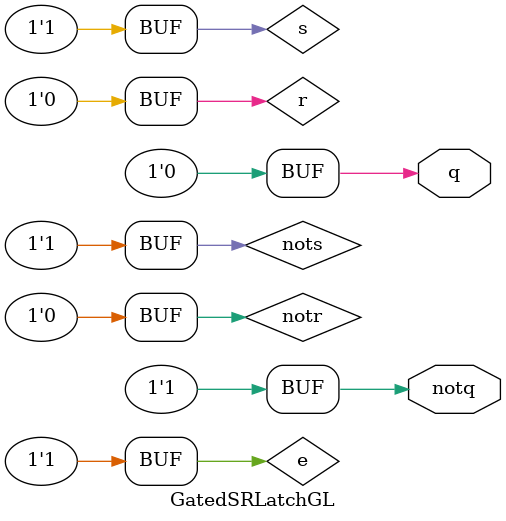
<source format=v>
module GatedSRLatchGL(q, notq);

output q, notq;        // Q and  not Q outputs
wire nots;
wire notr;
// input s, r, e;      // Set, Reset and Enable inputs
wire s, r, e;
assign s = 1;
assign r = 0;
assign e = 1;

// Logic for Gated SR Latch
and(nots, e, s);      // And gate for enable and Set input
and(notr, e, r);      // And gate for enable and ReSet input
// RS Latch part of Gated SR Latch
nor(q, nots, notq);   // nor gate for Q output
nor(notq, notr, q);   // nor gate for notQ output

endmodule
</source>
